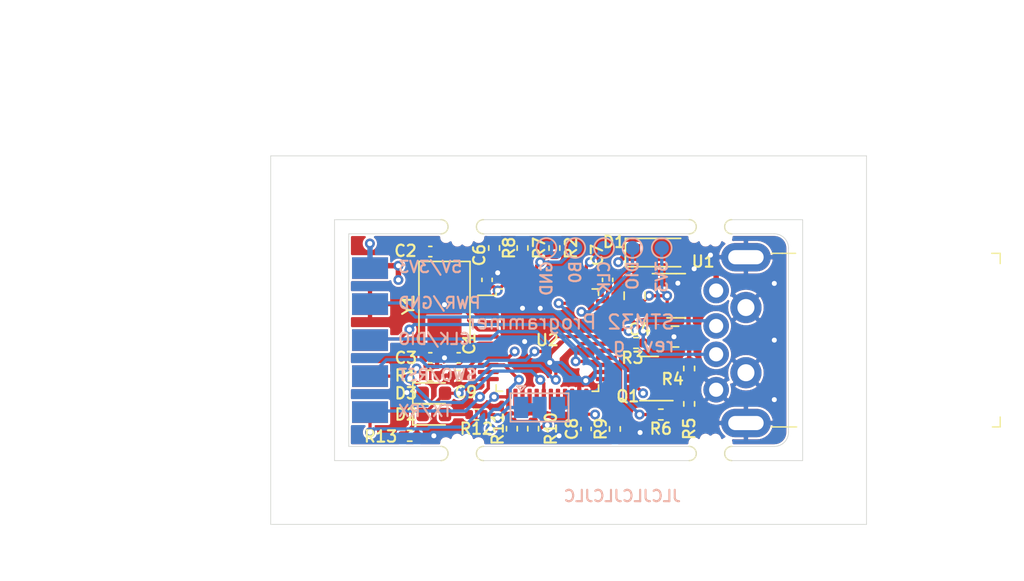
<source format=kicad_pcb>
(kicad_pcb (version 20211014) (generator pcbnew)
  (title_block (title "${TITLE}") (rev "${REVISION}") (company "${COMPANY}") (comment 1 "${URL}") (comment 2 "${AUTHOR}") (comment 3 "${AUTHOR_EMAIL}"))
  (layers (0 "F.Cu" signal) (1 "In1.Cu" signal) (2 "In2.Cu" signal) (31 "B.Cu" signal) (34 "B.Paste" user) (35 "F.Paste" user) (36 "B.SilkS" user "B.Silkscreen") (37 "F.SilkS" user "F.Silkscreen") (38 "B.Mask" user) (39 "F.Mask" user) (44 "Edge.Cuts" user))
  (property "AUTHOR" "Lars Boegild Thomsen")
  (property "AUTHOR_EMAIL" "lth@stm32world.com")
  (property "COMPANY" "STM32World")
  (property "REVISION" "g")
  (property "TITLE" "STM32 Programmer")
  (property "URL" "https://stm32world.com/wiki/DIY_STM32_Programmer_(ST-Link/V2-1)")
  (net 0 "")
  (net 1 "GND")
  (net 2 "+5V")
  (net 3 "+3V3")
  (net 4 "VBUS")
  (net 5 "D-")
  (net 6 "D+")
  (net 7 "Net-(D2-Pad2)")
  (net 8 "LED")
  (net 9 "Net-(D3-Pad1)")
  (net 10 "T_DIO")
  (net 11 "T_CLK")
  (net 12 "CLK")
  (net 13 "T_RX")
  (net 14 "T_TX")
  (net 15 "T_RST")
  (net 16 "T_SWO")
  (net 17 "T_PWR")
  (net 18 "DIO")
  (net 19 "B0")
  (net 20 "Net-(Q1-Pad2)")
  (net 21 "Net-(Q1-Pad1)")
  (net 22 "RENUM")
  (net 23 "Net-(C1-Pad1)")
  (net 24 "Net-(C2-Pad1)")
  (net 25 "Net-(C3-Pad1)")
  (net 26 "Net-(R7-Pad2)")
  (net 27 "Net-(R8-Pad2)")
  (net 28 "Net-(R9-Pad1)")
  (net 29 "Net-(R10-Pad1)")
  (net 48 "Net-(JP1-Pad2)")
  (footprint "Package_TO_SOT_SMD:SOT-23" (layer "F.Cu") (at 132.08 86.868)
    (fp_text reference "U1")
    (fp_text value "XC6206P332MR")
  )
  (footprint "Capacitor_SMD:C_0805_2012Metric" (layer "F.Cu") (at 132 89.75 180)
    (fp_text reference "C4")
    (fp_text value "10uF")
  )
  (footprint "Capacitor_SMD:C_0805_2012Metric" (layer "F.Cu") (at 129.15 86.868 90)
    (fp_text reference "C5" hide)
    (fp_text value "10uF")
  )
  (footprint "Resistor_SMD:R_0402_1005Metric" (layer "F.Cu") (at 129.25 90.2 180)
    (fp_text reference "R3")
    (fp_text value "1K5")
  )
  (footprint "Capacitor_SMD:C_0402_1005Metric" (layer "F.Cu") (at 118.75 85.75 90)
    (fp_text reference "C6")
    (fp_text value "100nF")
  )
  (footprint "Capacitor_SMD:C_0402_1005Metric" (layer "F.Cu") (at 127.25 85.75 90)
    (fp_text reference "C7")
    (fp_text value "100nF")
  )
  (footprint "Capacitor_SMD:C_0402_1005Metric" (layer "F.Cu") (at 125.73 96.266 -90)
    (fp_text reference "C8")
    (fp_text value "100nF")
  )
  (footprint "Capacitor_SMD:C_0402_1005Metric" (layer "F.Cu") (at 116.75 92.5 180)
    (fp_text reference "C9")
    (fp_text value "100nF")
  )
  (footprint "Capacitor_SMD:C_0402_1005Metric" (layer "F.Cu") (at 114.75 83.75 180)
    (fp_text reference "C2")
    (fp_text value "20pF")
  )
  (footprint "Capacitor_SMD:C_0402_1005Metric" (layer "F.Cu") (at 114.75 91.25)
    (fp_text reference "C3")
    (fp_text value "20pF")
  )
  (footprint "LED_SMD:LED_0603_1608Metric" (layer "F.Cu") (at 115 95.25)
    (fp_text reference "D2")
    (fp_text value "BLUE")
  )
  (footprint "LED_SMD:LED_0603_1608Metric" (layer "F.Cu") (at 115 93.75)
    (fp_text reference "D3")
    (fp_text value "RED")
  )
  (footprint "Resistor_SMD:R_0402_1005Metric" (layer "F.Cu") (at 118 95.25)
    (fp_text reference "R12")
    (fp_text value "220R")
  )
  (footprint "Diode_SMD:D_SOD-123" (layer "F.Cu") (at 130.75 83.82)
    (fp_text reference "D1")
    (fp_text value "B5819W")
  )
  (footprint "Package_QFP:LQFP-48_7x7mm_P0.5mm" (layer "F.Cu") (at 123 90)
    (fp_text reference "U2")
    (fp_text value "STM32F103CB")
  )
  (footprint "st-link:USB_Male_A_UP2-AH-1-TH" (layer "F.Cu") (at 137 90 90)
    (fp_text reference "J1" hide)
    (fp_text value "USB_A")
  )
  (footprint "Capacitor_SMD:C_0402_1005Metric" (layer "F.Cu") (at 116.75 91.25 180)
    (fp_text reference "C1")
    (fp_text value "100nF")
  )
  (footprint "Resistor_SMD:R_0402_1005Metric" (layer "F.Cu") (at 114.75 92.5 180)
    (fp_text reference "R1")
    (fp_text value "100k")
  )
  (footprint "Resistor_SMD:R_0402_1005Metric" (layer "F.Cu") (at 123.5 83.5 -90)
    (fp_text reference "R2")
    (fp_text value "100k")
  )
  (footprint "Resistor_SMD:R_0402_1005Metric" (layer "F.Cu") (at 127.762 96.266 90)
    (fp_text reference "R9")
    (fp_text value "100R")
  )
  (footprint "st-link:mouse-bite-1mm-slot" (layer "F.Cu") (at 117 82)
    (fp_text reference "H1" hide)
    (fp_text value "MouseBite" hide)
  )
  (footprint "st-link:mouse-bite-1mm-slot" (layer "F.Cu") (at 117 98)
    (fp_text reference "H2" hide)
    (fp_text value "MouseBite" hide)
  )
  (footprint "st-link:mouse-bite-1mm-slot" (layer "F.Cu") (at 134.5 82)
    (fp_text reference "H3" hide)
    (fp_text value "MouseBite" hide)
  )
  (footprint "st-link:mouse-bite-1mm-slot" (layer "F.Cu") (at 134.5 98)
    (fp_text reference "H4" hide)
    (fp_text value "MouseBite" hide)
  )
  (footprint "Package_TO_SOT_SMD:SOT-23" (layer "F.Cu") (at 130.175 92.71 180)
    (fp_text reference "Q1")
    (fp_text value "S9013")
  )
  (footprint "Resistor_SMD:R_0402_1005Metric" (layer "F.Cu") (at 133 92 90)
    (fp_text reference "R4")
    (fp_text value "10k")
  )
  (footprint "Resistor_SMD:R_0402_1005Metric" (layer "F.Cu") (at 133 94.5 90)
    (fp_text reference "R5")
    (fp_text value "39k")
  )
  (footprint "Resistor_SMD:R_0402_1005Metric" (layer "F.Cu") (at 121.25 83.5 -90)
    (fp_text reference "R7")
    (fp_text value "10k")
  )
  (footprint "Resistor_SMD:R_0402_1005Metric" (layer "F.Cu") (at 119.25 83.5 -90)
    (fp_text reference "R8")
    (fp_text value "DNP")
  )
  (footprint "Resistor_SMD:R_0402_1005Metric" (layer "F.Cu") (at 122 96.25 -90)
    (fp_text reference "R10")
    (fp_text value "4k7")
  )
  (footprint "Resistor_SMD:R_0402_1005Metric" (layer "F.Cu") (at 131 95.25)
    (fp_text reference "R6")
    (fp_text value "100R")
  )
  (footprint "st-link:Crystal_SMD_5032-2Pin_5.0x3.2mm" (layer "F.Cu") (at 115.75 87.5 -90)
    (fp_text reference "Y1")
    (fp_text value "8MHz")
  )
  (footprint "Resistor_SMD:R_0402_1005Metric" (layer "F.Cu") (at 113.3 96.75 180)
    (fp_text reference "R13")
    (fp_text value "220R")
  )
  (footprint "Resistor_SMD:R_0402_1005Metric" (layer "F.Cu") (at 120.5 96.25 90)
    (fp_text reference "R11")
    (fp_text value "4k7")
  )
  (footprint "st-link:IDC_EDGE" (layer "B.Cu") (at 109.23 90 180)
    (fp_text reference "J2" hide)
    (fp_text value "~")
  )
  (footprint "TestPoint:TestPoint_Pad_D1.0mm" (layer "B.Cu") (at 127 83.5)
    (fp_text reference "TP3" hide)
    (fp_text value "~" hide)
  )
  (footprint "TestPoint:TestPoint_Pad_D1.0mm" (layer "B.Cu") (at 131.064 83.5)
    (fp_text reference "TP1" hide)
    (fp_text value "~" hide)
  )
  (footprint "TestPoint:TestPoint_Pad_D1.0mm" (layer "B.Cu") (at 124.968 83.5)
    (fp_text reference "TP4" hide)
    (fp_text value "~" hide)
  )
  (footprint "TestPoint:TestPoint_Pad_D1.0mm" (layer "B.Cu") (at 122.936 83.5)
    (fp_text reference "TP5" hide)
    (fp_text value "~" hide)
  )
  (footprint "TestPoint:TestPoint_Pad_D1.0mm" (layer "B.Cu") (at 129 83.5)
    (fp_text reference "TP2" hide)
    (fp_text value "~" hide)
  )
  (footprint "Jumper:SolderJumper-3_P1.3mm_Bridged12_Pad1.0x1.5mm" (layer "B.Cu") (at 122.45 94.75)
    (fp_text reference "JP1" hide)
    (fp_text value "~")
  )
  (gr_line (start 103.5 77) (end 145.5 77) (layer "Edge.Cuts") (width 0.05))
  (gr_line (start 133 97.5) (end 118.5 97.5) (layer "Edge.Cuts") (width 0.05))
  (gr_line (start 118.5 98.5) (end 133 98.5) (layer "Edge.Cuts") (width 0.05))
  (gr_line (start 139 97.5) (end 136 97.5) (layer "Edge.Cuts") (width 0.05))
  (gr_arc (start 115.5 97.5) (mid 116 98) (end 115.5 98.5) (layer "Edge.Cuts") (width 0.05))
  (gr_arc (start 118.5 82.5) (mid 118 82) (end 118.5 81.5) (layer "Edge.Cuts") (width 0.05))
  (gr_line (start 103.5 103) (end 103.5 77) (layer "Edge.Cuts") (width 0.05))
  (gr_line (start 118.5 81.5) (end 133 81.5) (layer "Edge.Cuts") (width 0.05))
  (gr_line (start 133 82.5) (end 118.5 82.5) (layer "Edge.Cuts") (width 0.05))
  (gr_line (start 108 81.5) (end 115.5 81.5) (layer "Edge.Cuts") (width 0.05))
  (gr_line (start 109 97.5) (end 115.5 97.5) (layer "Edge.Cuts") (width 0.05))
  (gr_arc (start 140 96.5) (mid 139.707107 97.207107) (end 139 97.5) (layer "Edge.Cuts") (width 0.05))
  (gr_arc (start 136 82.5) (mid 135.5 82) (end 136 81.5) (layer "Edge.Cuts") (width 0.05))
  (gr_arc (start 118.5 98.5) (mid 118 98) (end 118.5 97.5) (layer "Edge.Cuts") (width 0.05))
  (gr_line (start 136 98.5) (end 141 98.5) (layer "Edge.Cuts") (width 0.05))
  (gr_arc (start 139 82.5) (mid 139.707107 82.792893) (end 140 83.5) (layer "Edge.Cuts") (width 0.05))
  (gr_line (start 136 82.5) (end 139 82.5) (layer "Edge.Cuts") (width 0.05))
  (gr_arc (start 133 81.5) (mid 133.5 82) (end 133 82.5) (layer "Edge.Cuts") (width 0.05))
  (gr_line (start 145.5 103) (end 103.5 103) (layer "Edge.Cuts") (width 0.05))
  (gr_arc (start 133 97.5) (mid 133.5 98) (end 133 98.5) (layer "Edge.Cuts") (width 0.05))
  (gr_line (start 108 98.5) (end 108 81.5) (layer "Edge.Cuts") (width 0.05))
  (gr_arc (start 115.5 81.5) (mid 116 82) (end 115.5 82.5) (layer "Edge.Cuts") (width 0.05))
  (gr_arc (start 136 98.5) (mid 135.5 98) (end 136 97.5) (layer "Edge.Cuts") (width 0.05))
  (gr_line (start 141 81.5) (end 136 81.5) (layer "Edge.Cuts") (width 0.05))
  (gr_line (start 141 98.5) (end 141 81.5) (layer "Edge.Cuts") (width 0.05))
  (gr_line (start 109 82.5) (end 109 97.5) (layer "Edge.Cuts") (width 0.05))
  (gr_line (start 115.5 98.5) (end 108 98.5) (layer "Edge.Cuts") (width 0.05))
  (gr_line (start 115.5 82.5) (end 109 82.5) (layer "Edge.Cuts") (width 0.05))
  (gr_line (start 145.5 77) (end 145.5 103) (layer "Edge.Cuts") (width 0.05))
  (gr_line (start 140 83.5) (end 140 96.5) (layer "Edge.Cuts") (width 0.05))
  (gr_text "PWR/GND" (at 112.395 87.376) (layer "B.SilkS") (effects (font (size 0.8 0.8)) (justify right mirror)))
  (gr_text "CLK/DIO" (at 112.395 89.916) (layer "B.SilkS") (effects (font (size 0.8 0.8)) (justify right mirror)))
  (gr_text "SWO/RST" (at 112.395 92.456) (layer "B.SilkS") (effects (font (size 0.8 0.8)) (justify right mirror)))
  (gr_text "TX/RX" (at 112.395 94.996) (layer "B.SilkS") (effects (font (size 0.8 0.8)) (justify right mirror)))
  (gr_text "CLK" (at 127 84.328 90) (layer "B.SilkS") (effects (font (size 0.8 0.8)) (justify left mirror)))
  (gr_text "B0" (at 124.968 84.328 90) (layer "B.SilkS") (effects (font (size 0.8 0.8)) (justify left mirror)))
  (gr_text "GND" (at 122.936 84.328 90) (layer "B.SilkS") (effects (font (size 0.8 0.8)) (justify left mirror)))
  (gr_text "${TITLE}\nrev. ${REVISION}" (at 132.08 89.535) (layer "B.SilkS") (effects (font (size 1 1)) (justify left mirror)))
  (gr_text "DIO" (at 129 84.328 90) (layer "B.SilkS") (effects (font (size 0.8 0.8)) (justify left mirror)))
  (gr_text "JLCJLCJLCJLC" (at 132.5 101) (layer "B.SilkS") (effects (font (size 0.8 0.8)) (justify left mirror)))
  (gr_text "5V/3V3" (at 112.395 84.836) (layer "B.SilkS") (effects (font (size 0.8 0.8)) (justify right mirror)))
  (gr_text "3V3" (at 131.064 84.328 90) (layer "B.SilkS") (effects (font (size 0.8 0.8)) (justify left mirror)))
  (segment (start 116.27 91.25) (end 115.75 91.25) (width 0.2286) (layer "F.Cu") (net 1))
  (via (at 133.35 84.963) (size 0.7) (drill 0.35) (layers "F.Cu" "B.Cu") (net 1))
  (via (at 139 86) (size 0.7) (drill 0.35) (layers "F.Cu" "B.Cu") (net 1))
  (via (at 139 90) (size 0.7) (drill 0.35) (layers "F.Cu" "B.Cu") (net 1))
  (via (at 134.5 84) (size 0.7) (drill 0.35) (layers "F.Cu" "B.Cu") (net 1))
  (via locked (at 121.4 90.1) (size 0.7) (drill 0.35) (layers "F.Cu" "B.Cu") (net 1))
  (via (at 139 94.2) (size 0.7) (drill 0.35) (layers "F.Cu" "B.Cu") (net 1))
  (via locked (at 113.1 93.7) (size 0.7) (drill 0.35) (layers "F.Cu" "B.Cu") (net 1))
  (via locked (at 115 96.75) (size 0.7) (drill 0.35) (layers "F.Cu" "B.Cu") (net 1))
  (via (at 123.825 96.75) (size 0.7) (drill 0.35) (layers "F.Cu" "B.Cu") (net 1))
  (via (at 122.5 87.75) (size 0.7) (drill 0.35) (layers "F.Cu" "B.Cu") (net 1))
  (via locked (at 131.9276 89.7636) (size 0.7) (drill 0.35) (layers "F.Cu" "B.Cu") (net 1))
  (via (at 129.54 96.52) (size 0.7) (drill 0.35) (layers "F.Cu" "B.Cu") (net 1))
  (via (at 115.75 91.25) (size 0.7) (drill 0.35) (layers "F.Cu" "B.Cu") (net 1))
  (via (at 119.5 85.25) (size 0.7) (drill 0.35) (layers "F.Cu" "B.Cu") (net 1))
  (via locked (at 132.199941 85.981394) (size 0.7) (drill 0.35) (layers "F.Cu" "B.Cu") (net 1))
  (via (at 121.25 87.75) (size 0.7) (drill 0.35) (layers "F.Cu" "B.Cu") (net 1))
  (via (at 115.75 87.5) (size 0.7) (drill 0.35) (layers "F.Cu" "B.Cu") (net 1))
  (segment (start 128.68 83.82) (end 128 84.5) (width 0.381) (layer "F.Cu") (net 2))
  (segment (start 129.1 83.82) (end 128.68 83.82) (width 0.381) (layer "F.Cu") (net 2))
  (segment (start 133.0175 86.868) (end 133.0175 85.872925) (width 0.3048) (layer "F.Cu") (net 2))
  (segment (start 131.869375 84.7248) (end 130.0048 84.7248) (width 0.3048) (layer "F.Cu") (net 2))
  (segment (start 133.0175 85.872925) (end 131.869375 84.7248) (width 0.3048) (layer "F.Cu") (net 2))
  (segment (start 133 91.49) (end 133 89.8) (width 0.3048) (layer "F.Cu") (net 2))
  (segment (start 130.0048 84.7248) (end 129.1 83.82) (width 0.3048) (layer "F.Cu") (net 2))
  (segment (start 132.95 89.75) (end 132.95 86.9355) (width 0.3048) (layer "F.Cu") (net 2))
  (via (at 110.49 83.185) (size 0.7) (drill 0.35) (layers "F.Cu" "B.Cu") (net 2))
  (via locked (at 128 84.5) (size 0.7) (drill 0.35) (layers "F.Cu" "B.Cu") (net 2))
  (segment (start 110.5 84.92) (end 110.5 83.195) (width 0.381) (layer "B.Cu") (net 2))
  (segment (start 110.5 83.195) (end 110.49 83.185) (width 0.381) (layer "B.Cu") (net 2))
  (segment (start 131.445 86.868) (end 131.445 87.5155) (width 0.2286) (layer "F.Cu") (net 3))
  (segment (start 126.345 95.23) (end 125.75 95.23) (width 0.2286) (layer "F.Cu") (net 3))
  (segment (start 120.25 85.8375) (end 120.1625 85.8375) (width 0.2286) (layer "F.Cu") (net 3))
  (segment (start 127.25 87.1625) (end 127.1625 87.25) (width 0.2286) (layer "F.Cu") (net 3))
  (segment (start 118.8375 91.25) (end 118.116746 91.25) (width 0.2286) (layer "F.Cu") (net 3))
  (segment (start 131.445 86.868) (end 130.175 86.868) (width 0.2286) (layer "F.Cu") (net 3))
  (segment (start 129.25 87.818) (end 128.682 87.25) (width 0.2286) (layer "F.Cu") (net 3))
  (segment (start 125.75 95.23) (end 125.75 95.766) (width 0.2286) (layer "F.Cu") (net 3))
  (segment (start 131.445 87.5155) (end 131.1425 87.818) (width 0.2286) (layer "F.Cu") (net 3))
  (segment (start 128.682 87.25) (end 127.1625 87.25) (width 0.2286) (layer "F.Cu") (net 3))
  (segment (start 119.25 95.25) (end 119.5 95.5) (width 0.2286) (layer "F.Cu") (net 3))
  (segment (start 127.25 86.235) (end 127.25 87.1625) (width 0.2286) (layer "F.Cu") (net 3))
  (segment (start 117.235 92.131746) (end 117.235 92.5) (width 0.2286) (layer "F.Cu") (net 3))
  (segment (start 119.235 86.235) (end 119.5 86.5) (width 0.2286) (layer "F.Cu") (net 3))
  (segment (start 118.8375 87.25) (end 118.8375 87.1625) (width 0.2286) (layer "F.Cu") (net 3))
  (segment (start 120.25 91.25) (end 118.8375 91.25) (width 0.2286) (layer "F.Cu") (net 3))
  (segment (start 125.75 95.75) (end 125.73 95.77) (width 0.2286) (layer "F.Cu") (net 3))
  (segment (start 129.2375 92.71) (end 129.2375 93.2375) (width 0.2286) (layer "F.Cu") (net 3))
  (segment (start 118.116746 91.25) (end 117.235 92.131746) (width 0.2286) (layer "F.Cu") (net 3))
  (segment (start 118.75 86.235) (end 119.235 86.235) (width 0.2286) (layer "F.Cu") (net 3))
  (segment (start 125.75 94.1625) (end 125.75 95.23) (width 0.2286) (layer "F.Cu") (net 3))
  (segment (start 129.25 87.793) (end 130.175 86.868) (width 0.2286) (layer "F.Cu") (net 3))
  (segment (start 114.24 92.5) (end 113.786622 92.046622) (width 0.2286) (layer "F.Cu") (net 3))
  (segment (start 118.485 95.25) (end 119.25 95.25) (width 0.2286) (layer "F.Cu") (net 3))
  (segment (start 112.5 84.75) (end 110.67 84.75) (width 0.381) (layer "F.Cu") (net 3))
  (segment (start 118.8375 87.1625) (end 119.5 86.5) (width 0.2286) (layer "F.Cu") (net 3))
  (segment (start 126.365 95.25) (end 126.345 95.23) (width 0.2286) (layer "F.Cu") (net 3))
  (segment (start 113.786622 92.046622) (end 113.786622 92.000139) (width 0.2286) (layer "F.Cu") (net 3))
  (segment (start 129.2375 93.2375) (end 129.75 93.75) (width 0.2286) (layer "F.Cu") (net 3))
  (segment (start 120.7 90.8) (end 120.25 91.25) (width 0.2286) (layer "F.Cu") (net 3))
  (segment (start 112.5 84.75) (end 112.5 85.75) (width 0.381) (layer "F.Cu") (net 3))
  (segment (start 120.1625 85.8375) (end 119.5 86.5) (width 0.2286) (layer "F.Cu") (net 3))
  (segment (start 125.75 95.766) (end 125.73 95.786) (width 0.2286) (layer "F.Cu") (net 3))
  (via (at 131.445 86.868) (size 0.7) (drill 0.35) (layers "F.Cu" "B.Cu") (net 3))
  (via (at 113.786622 92.000139) (size 0.7) (drill 0.35) (layers "F.Cu" "B.Cu") (net 3))
  (via (at 129.75 93.75) (size 0.7) (drill 0.35) (layers "F.Cu" "B.Cu") (net 3))
  (via (at 112.5 85.75) (size 0.7) (drill 0.35) (layers "F.Cu" "B.Cu") (net 3))
  (via (at 120.7 90.8) (size 0.7) (drill 0.35) (layers "F.Cu" "B.Cu") (net 3))
  (via (at 119.5 86.5) (size 0.7) (drill 0.35) (layers "F.Cu" "B.Cu") (net 3))
  (via (at 130.175 86.868) (size 0.7) (drill 0.35) (layers "F.Cu" "B.Cu") (net 3))
  (via locked (at 119.5 95.5) (size 0.7) (drill 0.35) (layers "F.Cu" "B.Cu") (net 3))
  (via locked (at 126.365 95.25) (size 0.7) (drill 0.35) (layers "F.Cu" "B.Cu") (net 3))
  (via (at 112.5 84.75) (size 0.7) (drill 0.35) (layers "F.Cu" "B.Cu") (net 3))
  (segment (start 120.25 94.75) (end 119.5 95.5) (width 0.2286) (layer "B.Cu") (net 3))
  (segment (start 121.15 94.75) (end 120.25 94.75) (width 0.2286) (layer "B.Cu") (net 3))
  (segment (start 131.064 86.487) (end 131.064 83.5) (width 0.2286) (layer "B.Cu") (net 3))
  (segment (start 131.445 86.868) (end 131.064 86.487) (width 0.2286) (layer "B.Cu") (net 3))
  (segment (start 132.4 84) (end 133.5 84) (width 0.381) (layer "F.Cu") (net 4))
  (segment (start 133.5 84) (end 134.9 85.4) (width 0.381) (layer "F.Cu") (net 4))
  (segment (start 134.9 85.4) (end 134.9 86.5) (width 0.381) (layer "F.Cu") (net 4))
  (segment (start 127.1625 89.25) (end 128.62 89.25) (width 0.2286) (layer "F.Cu") (net 5))
  (segment (start 128.62 89.25) (end 128.73 89.36) (width 0.2286) (layer "F.Cu") (net 5))
  (via locked (at 128.73 89.36) (size 0.7) (drill 0.35) (layers "F.Cu" "B.Cu") (net 5))
  (segment (start 129.443739 88.633298) (end 129.443739 88.646261) (width 0.2286) (layer "B.Cu") (net 5))
  (segment (start 129.443739 88.646261) (end 128.73 89.36) (width 0.2286) (layer "B.Cu") (net 5))
  (segment (start 134.533298 88.633298) (end 129.443739 88.633298) (width 0.2286) (layer "B.Cu") (net 5))
  (segment (start 129.76 89.36) (end 129.085 88.685) (width 0.2286) (layer "F.Cu") (net 6))
  (segment (start 129.76 90.2) (end 129.76 89.36) (width 0.2286) (layer "F.Cu") (net 6))
  (segment (start 129.085 88.685) (end 128.335 88.685) (width 0.2286) (layer "F.Cu") (net 6))
  (segment (start 128.27 88.75) (end 127.1625 88.75) (width 0.2286) (layer "F.Cu") (net 6))
  (segment (start 128.335 88.685) (end 128.27 88.75) (width 0.2286) (layer "F.Cu") (net 6))
  (via locked (at 129.76 89.36) (size 0.7) (drill 0.35) (layers "F.Cu" "B.Cu") (net 6))
  (segment (start 134.9 91) (end 130.37 91) (width 0.2286) (layer "B.Cu") (net 6))
  (segment (start 130.37 91) (end 129.76 90.39) (width 0.2286) (layer "B.Cu") (net 6))
  (segment (start 129.76 90.39) (end 129.76 89.36) (width 0.2286) (layer "B.Cu") (net 6))
  (segment (start 117.515 95.25) (end 115.7875 95.25) (width 0.2286) (layer "F.Cu") (net 7))
  (segment (start 123.6 92.8) (end 123.6 92.026439) (width 0.2286) (layer "F.Cu") (net 8))
  (segment (start 123.6 92.026439) (end 125.376439 90.25) (width 0.2286) (layer "F.Cu") (net 8))
  (segment (start 125.376439 90.25) (end 127.1625 90.25) (width 0.2286) (layer "F.Cu") (net 8))
  (segment (start 114.2875 95.25) (end 115.7875 93.75) (width 0.2286) (layer "F.Cu") (net 8))
  (segment (start 116.75 93.75) (end 115.7875 93.75) (width 0.2286) (layer "F.Cu") (net 8))
  (via locked (at 116.75 93.75) (size 0.7) (drill 0.35) (layers "F.Cu" "B.Cu") (net 8))
  (via locked (at 123.6 92.8) (size 0.7) (drill 0.35) (layers "F.Cu" "B.Cu") (net 8))
  (segment (start 117.497713 93.002287) (end 116.75 93.75) (width 0.2286) (layer "B.Cu") (net 8))
  (segment (start 122.470849 91.802288) (end 119.058876 91.802289) (width 0.2286) (layer "B.Cu") (net 8))
  (segment (start 117.858881 93.002287) (end 117.497713 93.002287) (width 0.2286) (layer "B.Cu") (net 8))
  (segment (start 119.058876 91.802289) (end 117.858881 93.002287) (width 0.2286) (layer "B.Cu") (net 8))
  (segment (start 123.468561 92.8) (end 122.470849 91.802288) (width 0.2286) (layer "B.Cu") (net 8))
  (segment (start 123.6 92.8) (end 123.468561 92.8) (width 0.2286) (layer "B.Cu") (net 8))
  (segment (start 114.2125 93.75) (end 113.50829 94.45421) (width 0.2286) (layer "F.Cu") (net 9))
  (segment (start 113.50829 96.05671) (end 112.815 96.75) (width 0.2286) (layer "F.Cu") (net 9))
  (segment (start 113.50829 94.45421) (end 113.50829 96.05671) (width 0.2286) (layer "F.Cu") (net 9))
  (segment (start 127.762 94.53542) (end 128.16671 94.13071) (width 0.2286) (layer "F.Cu") (net 10))
  (segment (start 112.602402 89.92) (end 113.272402 89.25) (width 0.2286) (layer "F.Cu") (net 10))
  (segment (start 127.9 91.75) (end 128.16671 92.01671) (width 0.2286) (layer "F.Cu") (net 10))
  (segment (start 127.762 95.756) (end 127.762 94.53542) (width 0.2286) (layer "F.Cu") (net 10))
  (segment (start 112.602402 89.92) (end 110.58 89.92) (width 0.2286) (layer "F.Cu") (net 10))
  (segment (start 126.191746 91.5) (end 126.441746 91.75) (width 0.2286) (layer "F.Cu") (net 10))
  (segment (start 128.16671 92.01671) (end 128.16671 94.13071) (width 0.2286) (layer "F.Cu") (net 10))
  (segment (start 126.441746 91.75) (end 127.1625 91.75) (width 0.2286) (layer "F.Cu") (net 10))
  (segment (start 125 91.5) (end 126.191746 91.5) (width 0.2286) (layer "F.Cu") (net 10))
  (segment (start 127.1625 91.75) (end 127.9 91.75) (width 0.2286) (layer "F.Cu") (net 10))
  (via (at 113.272402 89.25) (size 0.7) (drill 0.35) (layers "F.Cu" "B.Cu") (net 10))
  (via (at 125 91.5) (size 0.7) (drill 0.35) (layers "F.Cu" "B.Cu") (net 10))
  (segment (start 125 90.80189) (end 125 91.5) (width 0.2286) (layer "B.Cu") (net 10))
  (segment (start 113.622401 88.900001) (end 123.098111 88.900001) (width 0.2286) (layer "B.Cu") (net 10))
  (segment (start 113.272402 89.25) (end 113.622401 88.900001) (width 0.2286) (layer "B.Cu") (net 10))
  (segment (start 123.098111 88.900001) (end 125 90.80189) (width 0.2286) (layer "B.Cu") (net 10))
  (segment (start 122.285 91.585) (end 123.17 91.585) (width 0.2286) (layer "F.Cu") (net 11))
  (segment (start 121.25 93.441763) (end 121.84 92.851763) (width 0.2286) (layer "F.Cu") (net 11))
  (segment (start 121.25 94.1625) (end 121.25 93.441763) (width 0.2286) (layer "F.Cu") (net 11))
  (segment (start 121.88 92.811763) (end 121.88 91.99) (width 0.2286) (layer "F.Cu") (net 11))
  (segment (start 121.84 92.851763) (end 121.88 92.811763) (width 0.2286) (layer "F.Cu") (net 11))
  (segment (start 121.88 91.99) (end 122.285 91.585) (width 0.2286) (layer "F.Cu") (net 11))
  (segment (start 126.315 92.25) (end 127.1625 92.25) (width 0.2286) (layer "F.Cu") (net 11))
  (segment (start 125.71 92.855) (end 126.315 92.25) (width 0.2286) (layer "F.Cu") (net 11))
  (via (at 125.71 92.855) (size 0.7) (drill 0.35) (layers "F.Cu" "B.Cu") (net 11))
  (via (at 123.17 91.585) (size 0.7) (drill 0.35) (layers "F.Cu" "B.Cu") (net 11))
  (segment (start 122.255 89.4) (end 123.17 90.315) (width 0.2286) (layer "B.Cu") (net 11))
  (segment (start 123.997718 91.585) (end 125.267718 92.855) (width 0.2286) (layer "B.Cu") (net 11))
  (segment (start 123.17 91.585) (end 123.997718 91.585) (width 0.2286) (layer "B.Cu") (net 11))
  (segment (start 119.54 89.4) (end 122.255 89.4) (width 0.2286) (layer "B.Cu") (net 11))
  (segment (start 123.17 90.315) (end 123.17 91.585) (width 0.2286) (layer "B.Cu") (net 11))
  (segment (start 110.58 89.92) (end 119.02 89.92) (width 0.2286) (layer "B.Cu") (net 11))
  (segment (start 119.02 89.92) (end 119.54 89.4) (width 0.2286) (layer "B.Cu") (net 11))
  (segment (start 125.267718 92.855) (end 125.71 92.855) (width 0.2286) (layer "B.Cu") (net 11))
  (segment (start 125.75 85.8375) (end 125.75 84.75) (width 0.2286) (layer "F.Cu") (net 12))
  (segment (start 125.75 84.75) (end 126 84.5) (width 0.2286) (layer "F.Cu") (net 12))
  (via (at 126 84.5) (size 0.7) (drill 0.35) (layers "F.Cu" "B.Cu") (net 12))
  (segment (start 127 83.5) (end 126 84.5) (width 0.2286) (layer "B.Cu") (net 12))
  (segment (start 119.25 94) (end 120.0875 94) (width 0.2286) (layer "F.Cu") (net 13))
  (segment (start 120.0875 94) (end 120.25 94.1625) (width 0.2286) (layer "F.Cu") (net 13))
  (segment (start 110.5 96.5) (end 110.5 95.08) (width 0.2286) (layer "F.Cu") (net 13))
  (via locked (at 119.25 94) (size 0.7) (drill 0.35) (layers "F.Cu" "B.Cu") (net 13))
  (via (at 110.5 96.5) (size 0.7) (drill 0.35) (layers "F.Cu" "B.Cu") (net 13))
  (segment (start 114.57288 96.264402) (end 110.735598 96.264402) (width 0.2286) (layer "B.Cu") (net 13))
  (segment (start 114.703983 96.133299) (end 114.57288 96.264402) (width 0.2286) (layer "B.Cu") (net 13))
  (segment (start 110.735598 96.264402) (end 110.5 96.5) (width 0.2286) (layer "B.Cu") (net 13))
  (segment (start 117.116701 96.133299) (end 114.703983 96.133299) (width 0.2286) (layer "B.Cu") (net 13))
  (segment (start 119.25 94) (end 117.116701 96.133299) (width 0.2286) (layer "B.Cu") (net 13))
  (segment (start 118.8375 92.75) (end 118.8375 93.4125) (width 0.2286) (layer "F.Cu") (net 14))
  (segment (start 118.8375 93.4125) (end 118.25 94) (width 0.2286) (layer "F.Cu") (net 14))
  (via locked (at 118.25 94) (size 0.7) (drill 0.35) (layers "F.Cu" "B.Cu") (net 14))
  (segment (start 118.25 94) (end 117.25 95) (width 0.2286) (layer "B.Cu") (net 14))
  (segment (start 117.25 95) (end 110.58 95) (width 0.2286) (layer "B.Cu") (net 14))
  (segment (start 122.75 94.1625) (end 122.75 93.05) (width 0.2286) (layer "F.Cu") (net 15))
  (segment (start 113.14 92.54) (end 113.3 92.7) (width 0.2286) (layer "F.Cu") (net 15))
  (segment (start 110.5 92.54) (end 113.14 92.54) (width 0.2286) (layer "F.Cu") (net 15))
  (segment (start 122.75 93.05) (end 122.5 92.8) (width 0.2286) (layer "F.Cu") (net 15))
  (via (at 113.3 92.7) (size 0.7) (drill 0.35) (layers "F.Cu" "B.Cu") (net 15))
  (via locked (at 122.5 92.8) (size 0.7) (drill 0.35) (layers "F.Cu" "B.Cu") (net 15))
  (segment (start 114.8 94.4) (end 113.3 92.9) (width 0.2286) (layer "B.Cu") (net 15))
  (segment (start 122.5 92.8) (end 121.883299 92.183299) (width 0.2286) (layer "B.Cu") (net 15))
  (segment (start 113.3 92.9) (end 113.3 92.7) (width 0.2286) (layer "B.Cu") (net 15))
  (segment (start 118.016701 93.383298) (end 117.65553 93.383298) (width 0.2286) (layer "B.Cu") (net 15))
  (segment (start 117.366701 94.046017) (end 117.012718 94.4) (width 0.2286) (layer "B.Cu") (net 15))
  (segment (start 119.216697 92.183299) (end 118.016701 93.383298) (width 0.2286) (layer "B.Cu") (net 15))
  (segment (start 117.366701 93.672127) (end 117.366701 94.046017) (width 0.2286) (layer "B.Cu") (net 15))
  (segment (start 117.65553 93.383298) (end 117.366701 93.672127) (width 0.2286) (layer "B.Cu") (net 15))
  (segment (start 121.883299 92.183299) (end 119.216697 92.183299) (width 0.2286) (layer "B.Cu") (net 15))
  (segment (start 117.012718 94.4) (end 114.8 94.4) (width 0.2286) (layer "B.Cu") (net 15))
  (segment (start 122.1 90.8) (end 122.618561 90.8) (width 0.2286) (layer "F.Cu") (net 16))
  (segment (start 122.618561 90.8) (end 123.668561 89.75) (width 0.2286) (layer "F.Cu") (net 16))
  (segment (start 123.668561 89.75) (end 127.1625 89.75) (width 0.2286) (layer "F.Cu") (net 16))
  (via locked (at 122.1 90.8) (size 0.7) (drill 0.35) (layers "F.Cu" "B.Cu") (net 16))
  (segment (start 114.565902 91.866701) (end 114.082639 91.383438) (width 0.2286) (layer "B.Cu") (net 16))
  (segment (start 118.455639 91.866701) (end 114.565902 91.866701) (width 0.2286) (layer "B.Cu") (net 16))
  (segment (start 118.901063 91.421277) (end 118.455639 91.866701) (width 0.2286) (layer "B.Cu") (net 16))
  (segment (start 114.082639 91.383438) (end 111.656562 91.383438) (width 0.2286) (layer "B.Cu") (net 16))
  (segment (start 121.478723 91.421277) (end 118.901063 91.421277) (width 0.2286) (layer "B.Cu") (net 16))
  (segment (start 111.656562 91.383438) (end 110.5 92.54) (width 0.2286) (layer "B.Cu") (net 16))
  (segment (start 122.1 90.8) (end 121.478723 91.421277) (width 0.2286) (layer "B.Cu") (net 16))
  (segment (start 112.72 87.38) (end 113.706701 88.366701) (width 0.2286) (layer "B.Cu") (net 17))
  (segment (start 110.58 87.38) (end 112.72 87.38) (width 0.2286) (layer "B.Cu") (net 17))
  (segment (start 126.75 93.72) (end 125.72 94.75) (width 0.2286) (layer "B.Cu") (net 17))
  (segment (start 126.75 91.75) (end 126.75 93.72) (width 0.2286) (layer "B.Cu") (net 17))
  (segment (start 123.366701 88.366701) (end 126.75 91.75) (width 0.2286) (layer "B.Cu") (net 17))
  (segment (start 125.72 94.75) (end 123.75 94.75) (width 0.2286) (layer "B.Cu") (net 17))
  (segment (start 113.706701 88.366701) (end 123.366701 88.366701) (width 0.2286) (layer "B.Cu") (net 17))
  (segment (start 125.65 88.25) (end 125.4 88) (width 0.2286) (layer "F.Cu") (net 18))
  (segment (start 127.1625 88.25) (end 125.65 88.25) (width 0.2286) (layer "F.Cu") (net 18))
  (via locked (at 125.4 88) (size 0.7) (drill 0.35) (layers "F.Cu" "B.Cu") (net 18))
  (segment (start 129 85) (end 129 83.5) (width 0.2286) (layer "B.Cu") (net 18))
  (segment (start 126 88) (end 129 85) (width 0.2286) (layer "B.Cu") (net 18))
  (segment (start 125.4 88) (end 126 88) (width 0.2286) (layer "B.Cu") (net 18))
  (segment (start 122.25 84.75) (end 122.5 84.5) (width 0.2286) (layer "F.Cu") (net 19))
  (segment (start 122.25 85.8375) (end 122.25 84.75) (width 0.2286) (layer "F.Cu") (net 19))
  (segment (start 122.99 84.01) (end 122.5 84.5) (width 0.2286) (layer "F.Cu") (net 19))
  (segment (start 123.5 84.01) (end 122.99 84.01) (width 0.2286) (layer "F.Cu") (net 19))
  (via (at 122.5 84.5) (size 0.7) (drill 0.35) (layers "F.Cu" "B.Cu") (net 19))
  (segment (start 123.968 84.5) (end 124.968 83.5) (width 0.2286) (layer "B.Cu") (net 19))
  (segment (start 122.5 84.5) (end 123.968 84.5) (width 0.2286) (layer "B.Cu") (net 19))
  (segment (start 130.3 91.76) (end 128.74 90.2) (width 0.2286) (layer "F.Cu") (net 20))
  (segment (start 131.1125 91.76) (end 130.3 91.76) (width 0.2286) (layer "F.Cu") (net 20))
  (segment (start 131.1125 93.66) (end 131.1125 94.8525) (width 0.2286) (layer "F.Cu") (net 21))
  (segment (start 133 92.51) (end 133 93.99) (width 0.2286) (layer "F.Cu") (net 21))
  (segment (start 131.1125 94.8525) (end 131.51 95.25) (width 0.2286) (layer "F.Cu") (net 21))
  (segment (start 132.67 93.66) (end 133 93.99) (width 0.2286) (layer "F.Cu") (net 21))
  (segment (start 131.1125 93.66) (end 132.67 93.66) (width 0.2286) (layer "F.Cu") (net 21))
  (segment (start 124.425 87.4) (end 125.25 86.575) (width 0.2286) (layer "F.Cu") (net 22))
  (segment (start 123.8 87.4) (end 124.425 87.4) (width 0.2286) (layer "F.Cu") (net 22))
  (segment (start 125.25 86.575) (end 125.25 85.8375) (width 0.2286) (layer "F.Cu") (net 22))
  (segment (start 129.5 95.25) (end 130.49 95.25) (width 0.2286) (layer "F.Cu") (net 22))
  (via (at 129.5 95.25) (size 0.7) (drill 0.35) (layers "F.Cu" "B.Cu") (net 22))
  (via locked (at 123.8 87.4) (size 0.7) (drill 0.35) (layers "F.Cu" "B.Cu") (net 22))
  (segment (start 128.5 92.1) (end 128.5 94.25) (width 0.2286) (layer "B.Cu") (net 22))
  (segment (start 128.5 94.25) (end 129.5 95.25) (width 0.2286) (layer "B.Cu") (net 22))
  (segment (start 123.8 87.4) (end 128.5 92.1) (width 0.2286) (layer "B.Cu") (net 22))
  (segment (start 117.23 91.25) (end 116.613298 91.866702) (width 0.2286) (layer "F.Cu") (net 23))
  (segment (start 115.893298 91.866702) (end 115.26 92.5) (width 0.2286) (layer "F.Cu") (net 23))
  (segment (start 118.8375 90.25) (end 118.1 90.25) (width 0.2286) (layer "F.Cu") (net 23))
  (segment (start 116.613298 91.866702) (end 115.893298 91.866702) (width 0.2286) (layer "F.Cu") (net 23))
  (segment (start 118.1 90.25) (end 117.23 91.12) (width 0.2286) (layer "F.Cu") (net 23))
  (segment (start 115.75 85.65) (end 115.75 84.265) (width 0.2286) (layer "F.Cu") (net 24))
  (segment (start 118.8375 89.25) (end 118.1 89.25) (width 0.2286) (layer "F.Cu") (net 24))
  (segment (start 115.75 84.265) (end 115.235 83.75) (width 0.2286) (layer "F.Cu") (net 24))
  (segment (start 117.452279 88.602279) (end 117.452279 88.163193) (width 0.2286) (layer "F.Cu") (net 24))
  (segment (start 118.1 89.25) (end 117.452279 88.602279) (width 0.2286) (layer "F.Cu") (net 24))
  (segment (start 117.452279 88.163193) (end 115.75 86.460914) (width 0.2286) (layer "F.Cu") (net 24))
  (segment (start 114.265 90.835) (end 115.75 89.35) (width 0.2286) (layer "F.Cu") (net 25))
  (segment (start 114.265 91.25) (end 114.265 90.835) (width 0.2286) (layer "F.Cu") (net 25))
  (segment (start 118.8375 89.75) (end 116.15 89.75) (width 0.2286) (layer "F.Cu") (net 25))
  (segment (start 119.96329 84.54671) (end 118.562508 84.54671) (width 0.2286) (layer "F.Cu") (net 26))
  (segment (start 117.83329 87.466544) (end 117.83329 85.275928) (width 0.2286) (layer "F.Cu") (net 26))
  (segment (start 120.5 84.01) (end 119.96329 84.54671) (width 0.2286) (layer "F.Cu") (net 26))
  (segment (start 118.562508 84.54671) (end 117.83329 85.275928) (width 0.2286) (layer "F.Cu") (net 26))
  (segment (start 118.116746 87.75) (end 117.83329 87.466544) (width 0.2286) (layer "F.Cu") (net 26))
  (segment (start 120.5 84.01) (end 121.25 84.01) (width 0.2286) (layer "F.Cu") (net 26))
  (segment (start 118.8375 87.75) (end 118.116746 87.75) (width 0.2286) (layer "F.Cu") (net 26))
  (segment (start 118.077916 88.25) (end 117.452279 87.624363) (width 0.2286) (layer "F.Cu") (net 27))
  (segment (start 118.24 84.01) (end 119.25 84.01) (width 0.2286) (layer "F.Cu") (net 27))
  (segment (start 117.452279 87.624363) (end 117.452279 84.797721) (width 0.2286) (layer "F.Cu") (net 27))
  (segment (start 117.452279 84.797721) (end 118.24 84.01) (width 0.2286) (layer "F.Cu") (net 27))
  (segment (start 118.8375 88.25) (end 118.077916 88.25) (width 0.2286) (layer "F.Cu") (net 27))
  (segment (start 127.762 96.776) (end 127.1625 96.1765) (width 0.2286) (layer "F.Cu") (net 28))
  (segment (start 127.1625 96.1765) (end 127.1625 92.75) (width 0.2286) (layer "F.Cu") (net 28))
  (segment (start 119.912718 96) (end 119.662718 96.25) (width 0.2286) (layer "F.Cu") (net 29))
  (segment (start 119.662718 96.25) (end 119 96.25) (width 0.2286) (layer "F.Cu") (net 29))
  (segment (start 120.5 95.74) (end 122 95.74) (width 0.2286) (layer "F.Cu") (net 29))
  (segment (start 119.95 91.75) (end 121 92.8) (width 0.2286) (layer "F.Cu") (net 29))
  (segment (start 118.8375 91.75) (end 119.95 91.75) (width 0.2286) (layer "F.Cu") (net 29))
  (segment (start 120.24 96) (end 119.912718 96) (width 0.2286) (layer "F.Cu") (net 29))
  (segment (start 120.5 95.74) (end 120.24 96) (width 0.2286) (layer "F.Cu") (net 29))
  (via locked (at 121 92.8) (size 0.7) (drill 0.35) (layers "F.Cu" "B.Cu") (net 29))
  (via (at 119 96.25) (size 0.7) (drill 0.35) (layers "F.Cu" "B.Cu") (net 29))
  (segment (start 121 92.8) (end 120.383299 93.416701) (width 0.2286) (layer "B.Cu") (net 29))
  (segment (start 120.383299 94.077872) (end 119.577872 94.883299) (width 0.2286) (layer "B.Cu") (net 29))
  (segment (start 119 96.25) (end 119 96) (width 0.2286) (layer "B.Cu") (net 29))
  (segment (start 120.383299 93.416701) (end 120.383299 94.077872) (width 0.2286) (layer "B.Cu") (net 29))
  (segment (start 118.883299 95.203983) (end 118.883299 95.883299) (width 0.2286) (layer "B.Cu") (net 29))
  (segment (start 119 96) (end 118.883299 95.883299) (width 0.2286) (layer "B.Cu") (net 29))
  (segment (start 119.203983 94.883299) (end 118.883299 95.203983) (width 0.2286) (layer "B.Cu") (net 29))
  (segment (start 119.577872 94.883299) (end 119.203983 94.883299) (width 0.2286) (layer "B.Cu") (net 29))
  (segment (start 122.76 96) (end 122 96.76) (width 0.2286) (layer "F.Cu") (net 48))
  (segment (start 123 96) (end 122.76 96) (width 0.2286) (layer "F.Cu") (net 48))
  (via (at 123 96) (size 0.7) (drill 0.35) (layers "F.Cu" "B.Cu") (net 48))
  (segment (start 122.45 95.45) (end 122.45 94.75) (width 0.2286) (layer "B.Cu") (net 48))
  (segment (start 123 96) (end 122.45 95.45) (width 0.2286) (layer "B.Cu") (net 48))
  (zone (net 1) (net_name "GND") (layer "F.Cu") (connect_pads (clearance 0.1524)) (min_thickness 0.1524) (fill yes (thermal_gap 0.1524) (thermal_bridge_width 0.3048))
    (polygon (pts (xy 146.5 104) (xy 102.5 104) (xy 102.5 76) (xy 146.5 76)))
  )
  (zone (net 1) (net_name "GND") (layer "B.Cu") (connect_pads (clearance 0.1524)) (min_thickness 0.1524) (fill yes (thermal_gap 0.1524) (thermal_bridge_width 0.3048))
    (polygon (pts (xy 149.5 107) (xy 99.5 107) (xy 99.5 73) (xy 149.5 73)))
  )
)
</source>
